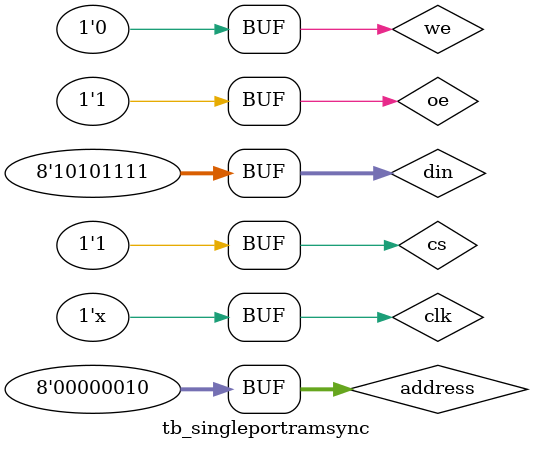
<source format=v>

module tb_singleportramsync;
parameter DATA_WIDTH = 8 ;
parameter ADDRESS_WIDTH = 8 ;

reg [DATA_WIDTH-1:0] din;
reg cs;
reg oe;
reg we;
reg clk;
reg [ADDRESS_WIDTH-1:0] address;
wire [DATA_WIDTH-1:0] dout;

singleportram ss( 
.din(din),
.cs(cs),
.oe(oe),
.we(we),
.address(address),
.clk(clk),
.dout(dout)
);

always #10 clk=~clk;
initial begin
cs =1;
oe =0;
we =0;
clk =0;
end

initial begin
cs <=1;
oe<=0;
#10 we<=1;
#20 address<=0;
#20 din <= 145;
#30 address <=1;
#30 din <= 155;
#40 address <=2;
#40 din <= 165;
#50 we <=0;
#50 address<=3;
#50 din <= 175;
#60 oe <= 1;
#70 address <=0;
#80 address <=1;
#90 address <=2;
end
endmodule
</source>
